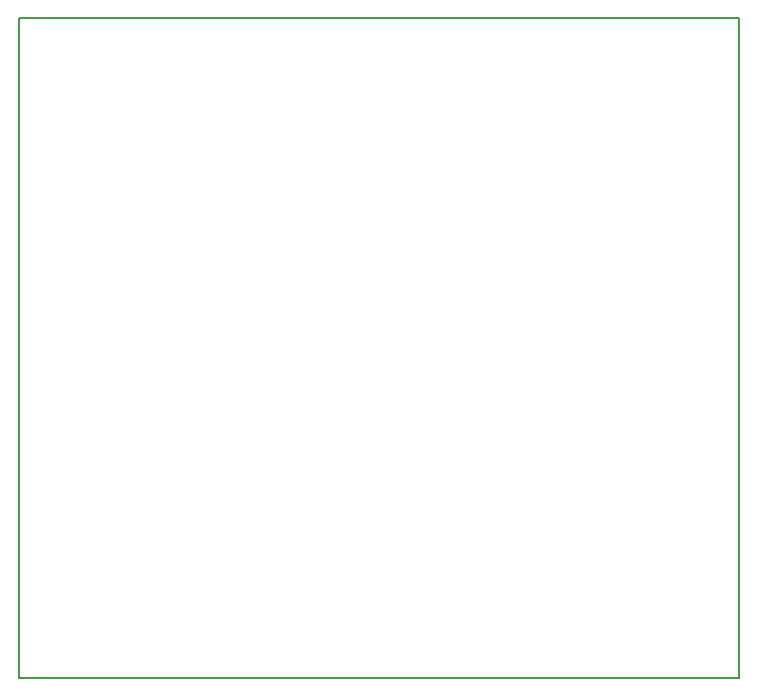
<source format=gbr>
G04 DipTrace Beta 2.3.9.1*
%INBoardOutline.gbr*%
%MOIN*%
%ADD11C,0.0055*%
%FSLAX44Y44*%
G04*
G70*
G90*
G75*
G01*
%LNBoardOutline*%
%LPD*%
X3937Y25937D2*
D11*
Y3937D1*
X27937D1*
Y25937D1*
X3937D1*
M02*

</source>
